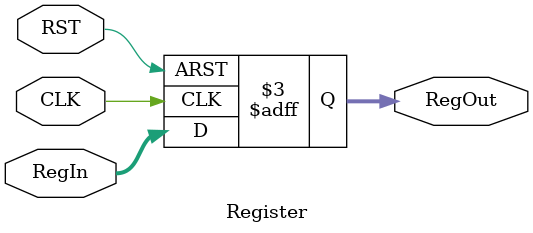
<source format=v>
module Register #(
    parameter Reg_width = 'd32
) (
    input  wire   [Reg_width-1:0] RegIn,
    input  wire                   CLK,
    input  wire                   RST,
    output reg    [Reg_width-1:0] RegOut
);


always @(posedge CLK or negedge RST) begin
    if(!RST) begin
        RegOut <= 'b0;
    end

    else begin
        RegOut <= RegIn;
    end
end
    
endmodule
</source>
